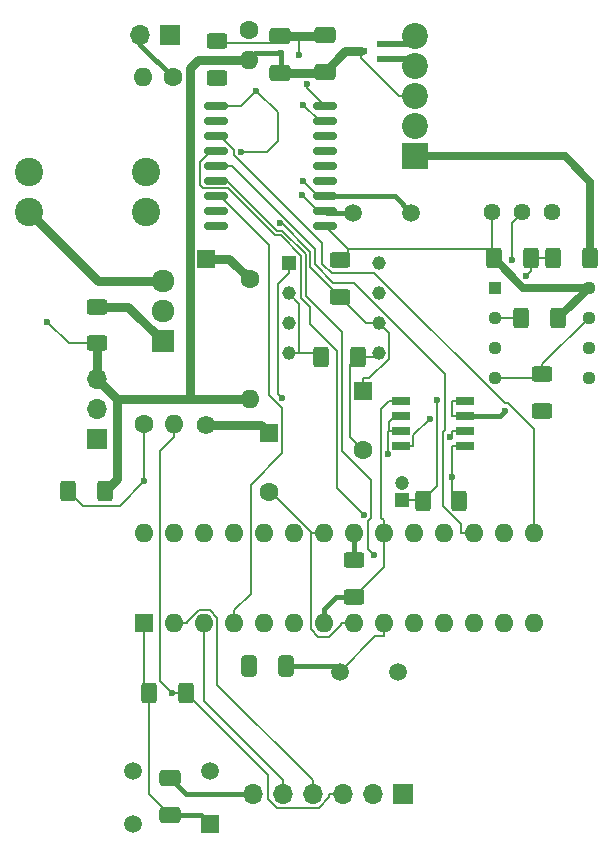
<source format=gbr>
%TF.GenerationSoftware,KiCad,Pcbnew,8.0.1-rc1*%
%TF.CreationDate,2024-06-23T11:02:47-07:00*%
%TF.ProjectId,AMS - CANBus Sensor - RPM,414d5320-2d20-4434-914e-427573205365,rev?*%
%TF.SameCoordinates,Original*%
%TF.FileFunction,Copper,L2,Bot*%
%TF.FilePolarity,Positive*%
%FSLAX46Y46*%
G04 Gerber Fmt 4.6, Leading zero omitted, Abs format (unit mm)*
G04 Created by KiCad (PCBNEW 8.0.1-rc1) date 2024-06-23 11:02:47*
%MOMM*%
%LPD*%
G01*
G04 APERTURE LIST*
G04 Aperture macros list*
%AMRoundRect*
0 Rectangle with rounded corners*
0 $1 Rounding radius*
0 $2 $3 $4 $5 $6 $7 $8 $9 X,Y pos of 4 corners*
0 Add a 4 corners polygon primitive as box body*
4,1,4,$2,$3,$4,$5,$6,$7,$8,$9,$2,$3,0*
0 Add four circle primitives for the rounded corners*
1,1,$1+$1,$2,$3*
1,1,$1+$1,$4,$5*
1,1,$1+$1,$6,$7*
1,1,$1+$1,$8,$9*
0 Add four rect primitives between the rounded corners*
20,1,$1+$1,$2,$3,$4,$5,0*
20,1,$1+$1,$4,$5,$6,$7,0*
20,1,$1+$1,$6,$7,$8,$9,0*
20,1,$1+$1,$8,$9,$2,$3,0*%
G04 Aperture macros list end*
%TA.AperFunction,SMDPad,CuDef*%
%ADD10RoundRect,0.250000X-0.400000X-0.625000X0.400000X-0.625000X0.400000X0.625000X-0.400000X0.625000X0*%
%TD*%
%TA.AperFunction,ComponentPad*%
%ADD11R,2.200000X2.200000*%
%TD*%
%TA.AperFunction,ComponentPad*%
%ADD12C,2.200000*%
%TD*%
%TA.AperFunction,SMDPad,CuDef*%
%ADD13RoundRect,0.250000X0.625000X-0.400000X0.625000X0.400000X-0.625000X0.400000X-0.625000X-0.400000X0*%
%TD*%
%TA.AperFunction,ComponentPad*%
%ADD14C,1.600000*%
%TD*%
%TA.AperFunction,ComponentPad*%
%ADD15R,1.600000X1.600000*%
%TD*%
%TA.AperFunction,ComponentPad*%
%ADD16R,1.200000X1.200000*%
%TD*%
%TA.AperFunction,ComponentPad*%
%ADD17C,1.200000*%
%TD*%
%TA.AperFunction,ComponentPad*%
%ADD18O,1.600000X1.600000*%
%TD*%
%TA.AperFunction,SMDPad,CuDef*%
%ADD19RoundRect,0.250000X0.400000X0.625000X-0.400000X0.625000X-0.400000X-0.625000X0.400000X-0.625000X0*%
%TD*%
%TA.AperFunction,ComponentPad*%
%ADD20R,1.160000X1.160000*%
%TD*%
%TA.AperFunction,ComponentPad*%
%ADD21C,1.160000*%
%TD*%
%TA.AperFunction,ComponentPad*%
%ADD22R,1.700000X1.700000*%
%TD*%
%TA.AperFunction,ComponentPad*%
%ADD23O,1.700000X1.700000*%
%TD*%
%TA.AperFunction,ComponentPad*%
%ADD24C,2.400000*%
%TD*%
%TA.AperFunction,ComponentPad*%
%ADD25R,1.920000X1.920000*%
%TD*%
%TA.AperFunction,ComponentPad*%
%ADD26C,1.920000*%
%TD*%
%TA.AperFunction,SMDPad,CuDef*%
%ADD27R,1.500000X0.650000*%
%TD*%
%TA.AperFunction,ComponentPad*%
%ADD28C,1.440000*%
%TD*%
%TA.AperFunction,ComponentPad*%
%ADD29R,1.130000X1.130000*%
%TD*%
%TA.AperFunction,ComponentPad*%
%ADD30C,1.130000*%
%TD*%
%TA.AperFunction,ComponentPad*%
%ADD31C,1.500000*%
%TD*%
%TA.AperFunction,ComponentPad*%
%ADD32R,1.500000X1.500000*%
%TD*%
%TA.AperFunction,SMDPad,CuDef*%
%ADD33RoundRect,0.250000X-0.625000X0.400000X-0.625000X-0.400000X0.625000X-0.400000X0.625000X0.400000X0*%
%TD*%
%TA.AperFunction,ComponentPad*%
%ADD34R,1.575000X1.575000*%
%TD*%
%TA.AperFunction,ComponentPad*%
%ADD35C,1.575000*%
%TD*%
%TA.AperFunction,SMDPad,CuDef*%
%ADD36RoundRect,0.250000X-0.650000X0.412500X-0.650000X-0.412500X0.650000X-0.412500X0.650000X0.412500X0*%
%TD*%
%TA.AperFunction,SMDPad,CuDef*%
%ADD37RoundRect,0.250000X0.412500X0.650000X-0.412500X0.650000X-0.412500X-0.650000X0.412500X-0.650000X0*%
%TD*%
%TA.AperFunction,SMDPad,CuDef*%
%ADD38RoundRect,0.150000X0.875000X0.150000X-0.875000X0.150000X-0.875000X-0.150000X0.875000X-0.150000X0*%
%TD*%
%TA.AperFunction,SMDPad,CuDef*%
%ADD39R,1.000000X0.550000*%
%TD*%
%TA.AperFunction,ViaPad*%
%ADD40C,0.600000*%
%TD*%
%TA.AperFunction,Conductor*%
%ADD41C,0.200000*%
%TD*%
%TA.AperFunction,Conductor*%
%ADD42C,0.635000*%
%TD*%
%TA.AperFunction,Conductor*%
%ADD43C,0.762000*%
%TD*%
%TA.AperFunction,Conductor*%
%ADD44C,0.381000*%
%TD*%
%TA.AperFunction,Conductor*%
%ADD45C,0.508000*%
%TD*%
G04 APERTURE END LIST*
D10*
%TO.P,C12,1*%
%TO.N,Net-(IC2-CP1)*%
X164230800Y-93317400D03*
%TO.P,C12,2*%
%TO.N,GND*%
X167330800Y-93317400D03*
%TD*%
D11*
%TO.P,J9,1,Pin_1*%
%TO.N,TachIn*%
X155246300Y-79618100D03*
D12*
%TO.P,J9,2,Pin_2*%
%TO.N,Net-(J9-Pin_2)*%
X155246300Y-77078100D03*
%TO.P,J9,3,Pin_3*%
%TO.N,GND*%
X155246300Y-74538100D03*
%TO.P,J9,4,Pin_4*%
%TO.N,CANBUS_L*%
X155246300Y-71998100D03*
%TO.P,J9,5,Pin_5*%
%TO.N,CANBUS_H*%
X155246300Y-69458100D03*
%TD*%
D13*
%TO.P,C10,1*%
%TO.N,Net-(IC1-V+_1)*%
X148916600Y-91545200D03*
%TO.P,C10,2*%
%TO.N,GND*%
X148916600Y-88445200D03*
%TD*%
D10*
%TO.P,C8,1*%
%TO.N,Net-(IC1-FB)*%
X147290100Y-96632100D03*
%TO.P,C8,2*%
%TO.N,GND*%
X150390100Y-96632100D03*
%TD*%
D14*
%TO.P,C9,2*%
%TO.N,GND*%
X150843200Y-104556400D03*
D15*
%TO.P,C9,1*%
%TO.N,Net-(IC1-V+_1)*%
X150843200Y-99556400D03*
%TD*%
D16*
%TO.P,C13,1*%
%TO.N,Net-(IC2-CP2{slash}IN+)*%
X154122300Y-108777100D03*
D17*
%TO.P,C13,2*%
%TO.N,GND*%
X154122300Y-107277100D03*
%TD*%
D14*
%TO.P,R4,1*%
%TO.N,Net-(U3-Rs)*%
X141165400Y-68921400D03*
D18*
%TO.P,R4,2*%
%TO.N,GND*%
X141165400Y-71461400D03*
%TD*%
D14*
%TO.P,L1,1,1*%
%TO.N,Net-(IC1-LX)*%
X141253000Y-90023800D03*
D18*
%TO.P,L1,2,2*%
%TO.N,GND*%
X141253000Y-100183800D03*
%TD*%
D10*
%TO.P,R11,1*%
%TO.N,Net-(IC2-CP2{slash}IN+)*%
X155909400Y-108804300D03*
%TO.P,R11,2*%
%TO.N,GND*%
X159009400Y-108804300D03*
%TD*%
D14*
%TO.P,NTC1,1*%
%TO.N,/BareMinAtmel328P/PC0-A0*%
X132332700Y-102297100D03*
D18*
%TO.P,NTC1,2*%
%TO.N,+5V*%
X134872700Y-102297100D03*
%TD*%
D19*
%TO.P,R9,1*%
%TO.N,Net-(IC2-TACH+)*%
X165042100Y-88273600D03*
%TO.P,R9,2*%
%TO.N,GND*%
X161942100Y-88273600D03*
%TD*%
D20*
%TO.P,IC1,1,OUT*%
%TO.N,Net-(IC1-OUT)*%
X144571900Y-88691700D03*
D21*
%TO.P,IC1,2,FB*%
%TO.N,Net-(IC1-FB)*%
X144571900Y-91231700D03*
%TO.P,IC1,3,SHDN*%
%TO.N,GND*%
X144571900Y-93771700D03*
%TO.P,IC1,4,REF*%
%TO.N,Net-(IC1-FB)*%
X144571900Y-96311700D03*
%TO.P,IC1,5,GND*%
%TO.N,GND*%
X152191900Y-96311700D03*
%TO.P,IC1,6,V+_1*%
%TO.N,Net-(IC1-V+_1)*%
X152191900Y-93771700D03*
%TO.P,IC1,7,V+_2*%
X152191900Y-91231700D03*
%TO.P,IC1,8,LX*%
%TO.N,Net-(IC1-LX)*%
X152191900Y-88691700D03*
%TD*%
D14*
%TO.P,R6,1*%
%TO.N,Net-(J4-Pin_2)*%
X134731500Y-72933100D03*
D18*
%TO.P,R6,2*%
%TO.N,CANBUS_L*%
X132191500Y-72933100D03*
%TD*%
D22*
%TO.P,Powerboard1,1,Pin_1*%
%TO.N,+VDC*%
X128349100Y-103565100D03*
D23*
%TO.P,Powerboard1,2,Pin_2*%
%TO.N,+5V*%
X128349100Y-101025100D03*
%TO.P,Powerboard1,3,Pin_3*%
%TO.N,GND*%
X128349100Y-98485100D03*
%TD*%
D22*
%TO.P,J4,1,Pin_1*%
%TO.N,CANBUS_H*%
X134544600Y-69362300D03*
D23*
%TO.P,J4,2,Pin_2*%
%TO.N,Net-(J4-Pin_2)*%
X132004600Y-69362300D03*
%TD*%
D24*
%TO.P,U2,1,1*%
%TO.N,Net-(Q1-Pad3)*%
X122551000Y-84380500D03*
%TO.P,U2,2,2*%
X122551000Y-80980500D03*
%TO.P,U2,3,3*%
%TO.N,+VDC*%
X132471000Y-84380500D03*
%TO.P,U2,4,4*%
X132471000Y-80980500D03*
%TD*%
D25*
%TO.P,Q1,1*%
%TO.N,Net-(Q1-Pad1)*%
X133881200Y-95296400D03*
D26*
%TO.P,Q1,2*%
%TO.N,Net-(J9-Pin_2)*%
X133881200Y-92756400D03*
%TO.P,Q1,3*%
%TO.N,Net-(Q1-Pad3)*%
X133881200Y-90216400D03*
%TD*%
D27*
%TO.P,IC4,8,V+*%
%TO.N,+5V*%
X154067000Y-100374900D03*
%TO.P,IC4,7,OUTB*%
%TO.N,/BareMinAtmel328P/PC2-A2*%
X154067000Y-101644900D03*
%TO.P,IC4,6,-IN_B*%
X154067000Y-102914900D03*
%TO.P,IC4,5,+INB*%
%TO.N,/RPM_Sensor/RPM-Vout*%
X154067000Y-104184900D03*
%TO.P,IC4,4,V-*%
%TO.N,GND*%
X159467000Y-104184900D03*
%TO.P,IC4,3,+IN_A*%
%TO.N,Net-(IC4-+IN_A)*%
X159467000Y-102914900D03*
%TO.P,IC4,2,-INA*%
%TO.N,/BareMinAtmel328P/PC1-A1*%
X159467000Y-101644900D03*
%TO.P,IC4,1,OUT_A*%
X159467000Y-100374900D03*
%TD*%
D28*
%TO.P,RV1,3,3*%
%TO.N,GND*%
X161784400Y-84400700D03*
%TO.P,RV1,2,2*%
%TO.N,Net-(J6-Pin_1)*%
X164324400Y-84400700D03*
%TO.P,RV1,1,1*%
%TO.N,Net-(IC1-OUT)*%
X166864400Y-84400700D03*
%TD*%
D15*
%TO.P,C11,1*%
%TO.N,Net-(IC1-OUT)*%
X142908700Y-103082900D03*
D14*
%TO.P,C11,2*%
%TO.N,GND*%
X142908700Y-108082900D03*
%TD*%
D22*
%TO.P,J2,1,Pin_1*%
%TO.N,GND*%
X154230000Y-133648600D03*
D23*
%TO.P,J2,2,Pin_2*%
%TO.N,unconnected-(J2-Pin_2-Pad2)*%
X151690000Y-133648600D03*
%TO.P,J2,3,Pin_3*%
%TO.N,+5V*%
X149150000Y-133648600D03*
%TO.P,J2,4,Pin_4*%
%TO.N,/BareMinAtmel328P/PD0-RX*%
X146610000Y-133648600D03*
%TO.P,J2,5,Pin_5*%
%TO.N,/BareMinAtmel328P/PD1-TX*%
X144070000Y-133648600D03*
%TO.P,J2,6,Pin_6*%
%TO.N,Net-(J2-Pin_6)*%
X141530000Y-133648600D03*
%TD*%
D29*
%TO.P,IC2,1,TACH+*%
%TO.N,Net-(IC2-TACH+)*%
X162007700Y-90765900D03*
D30*
%TO.P,IC2,2,CP1*%
%TO.N,Net-(IC2-CP1)*%
X162007700Y-93305900D03*
%TO.P,IC2,3,CP2/IN+*%
%TO.N,Net-(IC2-CP2{slash}IN+)*%
X162007700Y-95845900D03*
%TO.P,IC2,4,EMIT*%
%TO.N,/RPM_Sensor/RPM-Vout*%
X162007700Y-98385900D03*
%TO.P,IC2,5,COL*%
%TO.N,+VDC*%
X169947700Y-98385900D03*
%TO.P,IC2,6,V+*%
%TO.N,Net-(IC2-V+)*%
X169947700Y-95845900D03*
%TO.P,IC2,7,IN-*%
%TO.N,/RPM_Sensor/RPM-Vout*%
X169947700Y-93305900D03*
%TO.P,IC2,8,TACH-/GND*%
%TO.N,GND*%
X169947700Y-90765900D03*
%TD*%
D19*
%TO.P,R8,1*%
%TO.N,TachIn*%
X170076600Y-88263300D03*
%TO.P,R8,2*%
%TO.N,Net-(IC2-TACH+)*%
X166976600Y-88263300D03*
%TD*%
D31*
%TO.P,Y2,1,1*%
%TO.N,Net-(U4-OSC1)*%
X150037500Y-84434600D03*
%TO.P,Y2,2,2*%
%TO.N,Net-(U4-OSC2)*%
X154917500Y-84434600D03*
%TD*%
D32*
%TO.P,Reset1,1,NO_1*%
%TO.N,/BareMinAtmel328P/RESET*%
X137890100Y-136171500D03*
D31*
%TO.P,Reset1,2,NO_2*%
%TO.N,unconnected-(Reset1-NO_2-Pad2)*%
X131390100Y-136171500D03*
%TO.P,Reset1,3,COM_1*%
%TO.N,GND*%
X137890100Y-131671500D03*
%TO.P,Reset1,4,COM_2*%
%TO.N,unconnected-(Reset1-COM_2-Pad4)*%
X131390100Y-131671500D03*
%TD*%
%TO.P,Y1,2,2*%
%TO.N,Net-(U1-XTAL1{slash}PB6)*%
X148909000Y-123284400D03*
%TO.P,Y1,1,1*%
%TO.N,Net-(U1-XTAL2{slash}PB7)*%
X153789000Y-123284400D03*
%TD*%
D33*
%TO.P,R16,1*%
%TO.N,/RPM_Sensor/RPM-Vout*%
X165977700Y-98105900D03*
%TO.P,R16,2*%
%TO.N,GND*%
X165977700Y-101205900D03*
%TD*%
D34*
%TO.P,D2,1*%
%TO.N,Net-(IC1-LX)*%
X137580900Y-88313900D03*
D35*
%TO.P,D2,2*%
%TO.N,Net-(IC1-OUT)*%
X137580900Y-102413900D03*
%TD*%
D15*
%TO.P,U1,1,~{RESET}/PC6*%
%TO.N,/BareMinAtmel328P/RESET*%
X132296200Y-119209800D03*
D18*
%TO.P,U1,2,PD0*%
%TO.N,/BareMinAtmel328P/PD0-RX*%
X134836200Y-119209800D03*
%TO.P,U1,3,PD1*%
%TO.N,/BareMinAtmel328P/PD1-TX*%
X137376200Y-119209800D03*
%TO.P,U1,4,PD2*%
%TO.N,/BareMinAtmel328P/PD2-D2*%
X139916200Y-119209800D03*
%TO.P,U1,5,PD3*%
%TO.N,/BareMinAtmel328P/PD3-D3*%
X142456200Y-119209800D03*
%TO.P,U1,6,PD4*%
%TO.N,/BareMinAtmel328P/PD4-D4*%
X144996200Y-119209800D03*
%TO.P,U1,7,VCC*%
%TO.N,+5V*%
X147536200Y-119209800D03*
%TO.P,U1,8,GND*%
%TO.N,GND*%
X150076200Y-119209800D03*
%TO.P,U1,9,XTAL1/PB6*%
%TO.N,Net-(U1-XTAL1{slash}PB6)*%
X152616200Y-119209800D03*
%TO.P,U1,10,XTAL2/PB7*%
%TO.N,Net-(U1-XTAL2{slash}PB7)*%
X155156200Y-119209800D03*
%TO.P,U1,11,PD5*%
%TO.N,/BareMinAtmel328P/PD5-D5*%
X157696200Y-119209800D03*
%TO.P,U1,12,PD6*%
%TO.N,/BareMinAtmel328P/PD6-D6*%
X160236200Y-119209800D03*
%TO.P,U1,13,PD7*%
%TO.N,/BareMinAtmel328P/PD7-D7*%
X162776200Y-119209800D03*
%TO.P,U1,14,PB0*%
%TO.N,/BareMinAtmel328P/PB0-D8*%
X165316200Y-119209800D03*
%TO.P,U1,15,PB1*%
%TO.N,/BareMinAtmel328P/PB1-D9*%
X165316200Y-111589800D03*
%TO.P,U1,16,PB2*%
%TO.N,/BareMinAtmel328P/PB2-D10-SS*%
X162776200Y-111589800D03*
%TO.P,U1,17,PB3*%
%TO.N,/BareMinAtmel328P/PB3-D11-MOSI*%
X160236200Y-111589800D03*
%TO.P,U1,18,PB4*%
%TO.N,/BareMinAtmel328P/PB4-D12-MISO*%
X157696200Y-111589800D03*
%TO.P,U1,19,PB5*%
%TO.N,/BareMinAtmel328P/PB5-D13-SCK*%
X155156200Y-111589800D03*
%TO.P,U1,20,AVCC*%
%TO.N,+5V*%
X152616200Y-111589800D03*
%TO.P,U1,21,AREF*%
%TO.N,/BareMinAtmel328P/AREF*%
X150076200Y-111589800D03*
%TO.P,U1,22,GND*%
%TO.N,GND*%
X147536200Y-111589800D03*
%TO.P,U1,23,PC0*%
%TO.N,/BareMinAtmel328P/PC0-A0*%
X144996200Y-111589800D03*
%TO.P,U1,24,PC1*%
%TO.N,/BareMinAtmel328P/PC1-A1*%
X142456200Y-111589800D03*
%TO.P,U1,25,PC2*%
%TO.N,/BareMinAtmel328P/PC2-A2*%
X139916200Y-111589800D03*
%TO.P,U1,26,PC3*%
%TO.N,/BareMinAtmel328P/PC3-A3*%
X137376200Y-111589800D03*
%TO.P,U1,27,PC4*%
%TO.N,/BareMinAtmel328P/PC4-A4-SDA*%
X134836200Y-111589800D03*
%TO.P,U1,28,PC5*%
%TO.N,/BareMinAtmel328P/PC5-A5-SCL*%
X132296200Y-111589800D03*
%TD*%
D36*
%TO.P,C3,1*%
%TO.N,Net-(J2-Pin_6)*%
X134500000Y-132278500D03*
%TO.P,C3,2*%
%TO.N,/BareMinAtmel328P/RESET*%
X134500000Y-135403500D03*
%TD*%
D37*
%TO.P,C2,1*%
%TO.N,Net-(U1-XTAL1{slash}PB6)*%
X144303300Y-122841300D03*
%TO.P,C2,2*%
%TO.N,GND*%
X141178300Y-122841300D03*
%TD*%
D38*
%TO.P,U4,1,TXCAN*%
%TO.N,/CANBUS-MCP2515/TXtoCANTC*%
X147668200Y-75422700D03*
%TO.P,U4,2,RXCAN*%
%TO.N,/CANBUS-MCP2515/RXtoCANTC*%
X147668200Y-76692700D03*
%TO.P,U4,3,CLKOUT/SOF*%
%TO.N,unconnected-(U4-CLKOUT{slash}SOF-Pad3)*%
X147668200Y-77962700D03*
%TO.P,U4,4,~{TX0RTS}*%
%TO.N,unconnected-(U4-~{TX0RTS}-Pad4)*%
X147668200Y-79232700D03*
%TO.P,U4,5,~{TX1RTS}*%
%TO.N,unconnected-(U4-~{TX1RTS}-Pad5)*%
X147668200Y-80502700D03*
%TO.P,U4,6,~{TX2RTS}*%
%TO.N,unconnected-(U4-~{TX2RTS}-Pad6)*%
X147668200Y-81772700D03*
%TO.P,U4,7,OSC2*%
%TO.N,Net-(U4-OSC2)*%
X147668200Y-83042700D03*
%TO.P,U4,8,OSC1*%
%TO.N,Net-(U4-OSC1)*%
X147668200Y-84312700D03*
%TO.P,U4,9,VSS*%
%TO.N,GND*%
X147668200Y-85582700D03*
%TO.P,U4,10,~{RX1BF}*%
%TO.N,unconnected-(U4-~{RX1BF}-Pad10)*%
X138368200Y-85582700D03*
%TO.P,U4,11,~{RX0BF}*%
%TO.N,unconnected-(U4-~{RX0BF}-Pad11)*%
X138368200Y-84312700D03*
%TO.P,U4,12,~{INT}*%
%TO.N,/BareMinAtmel328P/PD2-D2*%
X138368200Y-83042700D03*
%TO.P,U4,13,SCK*%
%TO.N,/BareMinAtmel328P/PB5-D13-SCK*%
X138368200Y-81772700D03*
%TO.P,U4,14,SI*%
%TO.N,/BareMinAtmel328P/PB3-D11-MOSI*%
X138368200Y-80502700D03*
%TO.P,U4,15,SO*%
%TO.N,/BareMinAtmel328P/PB4-D12-MISO*%
X138368200Y-79232700D03*
%TO.P,U4,16,~{CS}*%
%TO.N,/BareMinAtmel328P/PB1-D9*%
X138368200Y-77962700D03*
%TO.P,U4,17,~{RESET}*%
%TO.N,Net-(U4-~{RESET})*%
X138368200Y-76692700D03*
%TO.P,U4,18,VDD*%
%TO.N,+5V*%
X138368200Y-75422700D03*
%TD*%
D19*
%TO.P,R1,1*%
%TO.N,+5V*%
X135824100Y-125096000D03*
%TO.P,R1,2*%
%TO.N,/BareMinAtmel328P/RESET*%
X132724100Y-125096000D03*
%TD*%
%TO.P,R7,1*%
%TO.N,GND*%
X129011100Y-108001700D03*
%TO.P,R7,2*%
%TO.N,/BareMinAtmel328P/PC0-A0*%
X125911100Y-108001700D03*
%TD*%
D36*
%TO.P,C4,1*%
%TO.N,+5V*%
X143852200Y-69487000D03*
%TO.P,C4,2*%
%TO.N,GND*%
X143852200Y-72612000D03*
%TD*%
D13*
%TO.P,R5,1*%
%TO.N,Net-(U4-~{RESET})*%
X138458500Y-72988500D03*
%TO.P,R5,2*%
%TO.N,+5V*%
X138458500Y-69888500D03*
%TD*%
D33*
%TO.P,R3,1*%
%TO.N,/BareMinAtmel328P/AREF*%
X150123600Y-113846200D03*
%TO.P,R3,2*%
%TO.N,+5V*%
X150123600Y-116946200D03*
%TD*%
%TO.P,R2,1*%
%TO.N,Net-(Q1-Pad1)*%
X128322200Y-92401100D03*
%TO.P,R2,2*%
%TO.N,GND*%
X128322200Y-95501100D03*
%TD*%
D36*
%TO.P,C5,1*%
%TO.N,+5V*%
X147599200Y-69413100D03*
%TO.P,C5,2*%
%TO.N,GND*%
X147599200Y-72538100D03*
%TD*%
D39*
%TO.P,D1,1,CATHODE_1*%
%TO.N,CANBUS_H*%
X152584000Y-70128100D03*
%TO.P,D1,2,CATHODE_2*%
%TO.N,CANBUS_L*%
X152584000Y-71428100D03*
%TO.P,D1,3,COMMON_ANODE*%
%TO.N,GND*%
X150684000Y-70778100D03*
%TD*%
D40*
%TO.N,Net-(U4-~{RESET})*%
X138475926Y-73047052D03*
X138348612Y-76692699D03*
%TO.N,+5V*%
X134661500Y-125055100D03*
%TO.N,Net-(J6-Pin_1)*%
X163430400Y-88416100D03*
%TO.N,Net-(IC4-+IN_A)*%
X158203400Y-103435300D03*
%TO.N,/RPM_Sensor/RPM-Vout*%
X156519700Y-101888900D03*
%TO.N,Net-(IC2-TACH+)*%
X164638100Y-89796300D03*
%TO.N,Net-(IC2-CP2{slash}IN+)*%
X157122600Y-100305100D03*
%TO.N,Net-(IC1-OUT)*%
X143998800Y-100119400D03*
%TO.N,Net-(IC1-V+_1)*%
X143787900Y-85342000D03*
%TO.N,/CANBUS-MCP2515/TXtoCANTC*%
X146120500Y-73534000D03*
%TO.N,/CANBUS-MCP2515/RXtoCANTC*%
X145780100Y-75286100D03*
%TO.N,/BareMinAtmel328P/PC0-A0*%
X132332700Y-107184100D03*
%TO.N,/BareMinAtmel328P/PC1-A1*%
X162855000Y-101202000D03*
%TO.N,/BareMinAtmel328P/PC2-A2*%
X152978300Y-104902300D03*
%TO.N,/BareMinAtmel328P/PB4-D12-MISO*%
X150926900Y-110034200D03*
%TO.N,/BareMinAtmel328P/PB5-D13-SCK*%
X151748800Y-113372100D03*
%TO.N,CANBUS_L*%
X152601000Y-71424300D03*
%TO.N,Net-(U4-OSC1)*%
X145672700Y-82903300D03*
%TO.N,Net-(U4-OSC2)*%
X145756000Y-81725900D03*
%TO.N,+5V*%
X145442000Y-71077800D03*
X140499600Y-79258800D03*
X141830305Y-74123795D03*
%TO.N,GND*%
X141134000Y-122904000D03*
X165975000Y-101234000D03*
X143942000Y-70909900D03*
X158415300Y-106813300D03*
X124126900Y-93650100D03*
%TD*%
D41*
%TO.N,+5V*%
X143621412Y-75914902D02*
X143621412Y-78390150D01*
X141830305Y-74123795D02*
X143621412Y-75914902D01*
X143621412Y-78390150D02*
X142752762Y-79258800D01*
X140531400Y-75422700D02*
X138368200Y-75422700D01*
X142752762Y-79258800D02*
X140499600Y-79258800D01*
X141830305Y-74123795D02*
X140531400Y-75422700D01*
X135824100Y-125096000D02*
X134702400Y-125096000D01*
D42*
%TO.N,TachIn*%
X170077000Y-81811400D02*
X170077000Y-85037300D01*
X170094000Y-81794100D02*
X170077000Y-81811400D01*
X167918000Y-79618100D02*
X170094000Y-81794100D01*
X155246300Y-79618100D02*
X167918000Y-79618100D01*
X170077000Y-85037300D02*
X170077000Y-88263300D01*
D41*
X170076600Y-85037700D02*
X170076600Y-88263300D01*
X170077000Y-85037300D02*
X170076600Y-85037700D01*
%TO.N,Net-(J6-Pin_1)*%
X163430400Y-85294700D02*
X163430400Y-88416100D01*
X164324400Y-84400700D02*
X163430400Y-85294700D01*
%TO.N,Net-(IC4-+IN_A)*%
X158415300Y-103223400D02*
X158203400Y-103435300D01*
X158415300Y-102914900D02*
X158415300Y-103223400D01*
X159467000Y-102914900D02*
X158415300Y-102914900D01*
%TO.N,/RPM_Sensor/RPM-Vout*%
X162007700Y-98385900D02*
X165697700Y-98385900D01*
X165977700Y-97275900D02*
X165977700Y-98105900D01*
X169947700Y-93305900D02*
X165977700Y-97275900D01*
X154067000Y-104184900D02*
X155118700Y-104184900D01*
X155118700Y-103289900D02*
X156519700Y-101888900D01*
X155118700Y-104184900D02*
X155118700Y-103289900D01*
%TO.N,Net-(IC2-TACH+)*%
X166976600Y-88263300D02*
X165052400Y-88263300D01*
X165042100Y-89392300D02*
X165042100Y-88273600D01*
X164638100Y-89796300D02*
X165042100Y-89392300D01*
D43*
%TO.N,Net-(IC1-LX)*%
X139543000Y-88313900D02*
X141253000Y-90023800D01*
X137581000Y-88313900D02*
X139543000Y-88313900D01*
D41*
%TO.N,Net-(IC2-CP2{slash}IN+)*%
X157122600Y-107536700D02*
X157122600Y-100305100D01*
X155882200Y-108777100D02*
X157122600Y-107536700D01*
X154122300Y-108777100D02*
X155882200Y-108777100D01*
%TO.N,Net-(IC2-CP1)*%
X162007700Y-93305900D02*
X164219300Y-93305900D01*
%TO.N,Net-(IC1-OUT)*%
X144571900Y-88691700D02*
X144571900Y-89573400D01*
X143690200Y-99810800D02*
X143998800Y-100119400D01*
X143690200Y-90455100D02*
X143690200Y-99810800D01*
X144571900Y-89573400D02*
X143690200Y-90455100D01*
D43*
X142240000Y-102414000D02*
X142908700Y-103082700D01*
X137581000Y-102414000D02*
X142240000Y-102414000D01*
D41*
%TO.N,Net-(IC1-V+_1)*%
X150843200Y-99556400D02*
X150843200Y-98454700D01*
X151394000Y-98454700D02*
X150843200Y-98454700D01*
X153074000Y-96774700D02*
X151394000Y-98454700D01*
X153074000Y-94653800D02*
X153074000Y-96774700D01*
X152191900Y-93771700D02*
X153074000Y-94653800D01*
X151143100Y-93771700D02*
X148916600Y-91545200D01*
X152191900Y-93771700D02*
X151143100Y-93771700D01*
X143994500Y-85342000D02*
X143787900Y-85342000D01*
X146388100Y-87735600D02*
X143994500Y-85342000D01*
X146388100Y-89016700D02*
X146388100Y-87735600D01*
X148916600Y-91545200D02*
X146388100Y-89016700D01*
%TO.N,Net-(IC1-FB)*%
X145473600Y-92133400D02*
X144571900Y-91231700D01*
X145473600Y-96311700D02*
X145473600Y-92133400D01*
X144571900Y-96311700D02*
X145473600Y-96311700D01*
X145473600Y-96311700D02*
X146969700Y-96311700D01*
%TO.N,/CANBUS-MCP2515/TXtoCANTC*%
X146120500Y-73875000D02*
X146120500Y-73534000D01*
X147668200Y-75422700D02*
X146120500Y-73875000D01*
%TO.N,/CANBUS-MCP2515/RXtoCANTC*%
X147186700Y-76692700D02*
X145780100Y-75286100D01*
%TO.N,/BareMinAtmel328P/PD2-D2*%
X139916200Y-119209800D02*
X139916200Y-118108100D01*
X142882300Y-87157200D02*
X138767800Y-83042700D01*
X142882300Y-99857400D02*
X142882300Y-87157200D01*
X144028600Y-101003700D02*
X142882300Y-99857400D01*
X144028600Y-104797000D02*
X144028600Y-101003700D01*
X141327800Y-107497800D02*
X144028600Y-104797000D01*
X141327800Y-116696500D02*
X141327800Y-107497800D01*
X139916200Y-118108100D02*
X141327800Y-116696500D01*
%TO.N,/BareMinAtmel328P/PB1-D9*%
X165316200Y-102780600D02*
X165316200Y-111589800D01*
X163093300Y-100557700D02*
X165316200Y-102780600D01*
X162834000Y-100557700D02*
X163093300Y-100557700D01*
X152238000Y-89961700D02*
X162834000Y-100557700D01*
X152166700Y-89961700D02*
X152238000Y-89961700D01*
X151776900Y-89571900D02*
X152166700Y-89961700D01*
X148190800Y-89571900D02*
X151776900Y-89571900D01*
X147387500Y-88768600D02*
X148190800Y-89571900D01*
X147387500Y-86997500D02*
X147387500Y-88768600D01*
X139897900Y-79507900D02*
X147387500Y-86997500D01*
X139897900Y-79096900D02*
X139897900Y-79507900D01*
X138763700Y-77962700D02*
X139897900Y-79096900D01*
D44*
%TO.N,/BareMinAtmel328P/AREF*%
X150124000Y-113846000D02*
X150124000Y-111637000D01*
D43*
%TO.N,Net-(Q1-Pad3)*%
X128387000Y-90216400D02*
X122551000Y-84380500D01*
X133881000Y-90216400D02*
X128387000Y-90216400D01*
%TO.N,Net-(Q1-Pad1)*%
X130986000Y-92401100D02*
X133881000Y-95296400D01*
X128322200Y-92401100D02*
X130986000Y-92401100D01*
D41*
%TO.N,/BareMinAtmel328P/PC0-A0*%
X132332700Y-102297100D02*
X132332700Y-107184100D01*
X130276800Y-109240000D02*
X132332700Y-107184100D01*
X127149400Y-109240000D02*
X130276800Y-109240000D01*
X125911100Y-108001700D02*
X127149400Y-109240000D01*
D44*
%TO.N,/BareMinAtmel328P/PC1-A1*%
X162412000Y-101645000D02*
X162855000Y-101202000D01*
X159467100Y-101645000D02*
X162412000Y-101645000D01*
D41*
X158415300Y-100374900D02*
X158415300Y-101644900D01*
X159467000Y-100374900D02*
X158415300Y-100374900D01*
X159467000Y-101644900D02*
X158415300Y-101644900D01*
%TO.N,/BareMinAtmel328P/PC2-A2*%
X153015300Y-102170800D02*
X153015300Y-102914900D01*
X153541200Y-101644900D02*
X153015300Y-102170800D01*
X154067000Y-102914900D02*
X153015300Y-102914900D01*
X152978300Y-102951900D02*
X153015300Y-102914900D01*
X152978300Y-104902300D02*
X152978300Y-102951900D01*
D44*
%TO.N,Net-(J4-Pin_2)*%
X132005000Y-70206200D02*
X132005000Y-69362300D01*
X134731700Y-72932900D02*
X132005000Y-70206200D01*
D41*
%TO.N,/BareMinAtmel328P/PD1-TX*%
X137376200Y-125803100D02*
X144070000Y-132496900D01*
X137376200Y-119209800D02*
X137376200Y-125803100D01*
X144070000Y-133648600D02*
X144070000Y-132496900D01*
%TO.N,/BareMinAtmel328P/PD0-RX*%
X134836200Y-119209800D02*
X135937900Y-119209800D01*
X146610000Y-133648600D02*
X146610000Y-132496900D01*
X135937900Y-119072100D02*
X135937900Y-119209800D01*
X136931300Y-118078700D02*
X135937900Y-119072100D01*
X137860400Y-118078700D02*
X136931300Y-118078700D01*
X138498700Y-118717000D02*
X137860400Y-118078700D01*
X138498700Y-124385600D02*
X138498700Y-118717000D01*
X146610000Y-132496900D02*
X138498700Y-124385600D01*
%TO.N,/BareMinAtmel328P/PB4-D12-MISO*%
X148628800Y-107736100D02*
X150926900Y-110034200D01*
X148628800Y-96164300D02*
X148628800Y-107736100D01*
X146333100Y-93868600D02*
X148628800Y-96164300D01*
X146333100Y-92394300D02*
X146333100Y-93868600D01*
X145584700Y-91645900D02*
X146333100Y-92394300D01*
X145584700Y-88068200D02*
X145584700Y-91645900D01*
X143865800Y-86349300D02*
X145584700Y-88068200D01*
X143376200Y-86349300D02*
X143865800Y-86349300D01*
X139401900Y-82375000D02*
X143376200Y-86349300D01*
X137298000Y-82375000D02*
X139401900Y-82375000D01*
X137028500Y-82105500D02*
X137298000Y-82375000D01*
X137028500Y-80158100D02*
X137028500Y-82105500D01*
X137953900Y-79232700D02*
X137028500Y-80158100D01*
%TO.N,/BareMinAtmel328P/PB3-D11-MOSI*%
X160236200Y-111589800D02*
X159134500Y-111589800D01*
X139799600Y-80502700D02*
X138368200Y-80502700D01*
X146789800Y-87492900D02*
X139799600Y-80502700D01*
X146789800Y-88813400D02*
X146789800Y-87492900D01*
X148339700Y-90363300D02*
X146789800Y-88813400D01*
X150050600Y-90363300D02*
X148339700Y-90363300D01*
X157778800Y-98091500D02*
X150050600Y-90363300D01*
X157778800Y-102820700D02*
X157778800Y-98091500D01*
X157589700Y-103009800D02*
X157778800Y-102820700D01*
X157589700Y-109250700D02*
X157589700Y-103009800D01*
X159134500Y-110795500D02*
X157589700Y-109250700D01*
X159134500Y-111589800D02*
X159134500Y-110795500D01*
%TO.N,/BareMinAtmel328P/PB5-D13-SCK*%
X151299800Y-112923100D02*
X151748800Y-113372100D01*
X151299800Y-110512200D02*
X151299800Y-112923100D01*
X151528600Y-110283400D02*
X151299800Y-110512200D01*
X151528600Y-107051900D02*
X151528600Y-110283400D01*
X149068000Y-104591300D02*
X151528600Y-107051900D01*
X149068000Y-94561200D02*
X149068000Y-104591300D01*
X145986400Y-91479600D02*
X149068000Y-94561200D01*
X145986400Y-87901900D02*
X145986400Y-91479600D01*
X144032100Y-85947600D02*
X145986400Y-87901900D01*
X143542500Y-85947600D02*
X144032100Y-85947600D01*
X139367600Y-81772700D02*
X143542500Y-85947600D01*
X138368200Y-81772700D02*
X139367600Y-81772700D01*
D45*
%TO.N,CANBUS_H*%
X154576000Y-70128100D02*
X154911000Y-69793100D01*
X152584000Y-70128100D02*
X154576000Y-70128100D01*
%TO.N,CANBUS_L*%
X152605000Y-71428100D02*
X154676000Y-71428100D01*
D41*
%TO.N,Net-(U4-OSC1)*%
X147082100Y-84312700D02*
X145672700Y-82903300D01*
D44*
X147790000Y-84434600D02*
X147668100Y-84312800D01*
X150037500Y-84434600D02*
X147790000Y-84434600D01*
%TO.N,Net-(U4-OSC2)*%
X153526000Y-83042700D02*
X147668200Y-83042700D01*
X154917700Y-84434400D02*
X153526000Y-83042700D01*
D41*
X147072800Y-83042700D02*
X145756000Y-81725900D01*
%TO.N,+5V*%
X154067000Y-100374900D02*
X153015300Y-100374900D01*
X152616200Y-111589800D02*
X152616200Y-110488100D01*
X134872700Y-102297100D02*
X134872700Y-103398800D01*
X143299200Y-70039900D02*
X138609900Y-70039900D01*
D44*
X147536000Y-117992000D02*
X147536000Y-119209800D01*
X148582000Y-116946000D02*
X147536000Y-117992000D01*
X150123400Y-116946000D02*
X148582000Y-116946000D01*
D41*
X145442000Y-71077800D02*
X145442000Y-69487000D01*
D43*
X143852200Y-69487000D02*
X145442000Y-69487000D01*
X145442000Y-69487000D02*
X147525000Y-69487000D01*
D41*
X133675300Y-104596200D02*
X134872700Y-103398800D01*
X133675300Y-124068900D02*
X133675300Y-104596200D01*
X134661500Y-125055100D02*
X133675300Y-124068900D01*
X149150000Y-133648600D02*
X147998300Y-133648600D01*
X134702400Y-125096000D02*
X134661500Y-125055100D01*
X147998300Y-133917100D02*
X147998300Y-133648600D01*
X147086300Y-134829100D02*
X147998300Y-133917100D01*
X143550600Y-134829100D02*
X147086300Y-134829100D01*
X142800000Y-134078500D02*
X143550600Y-134829100D01*
X142800000Y-132071900D02*
X142800000Y-134078500D01*
X135824100Y-125096000D02*
X142800000Y-132071900D01*
X152376600Y-110248500D02*
X152616200Y-110488100D01*
X152376600Y-101013600D02*
X152376600Y-110248500D01*
X153015300Y-100374900D02*
X152376600Y-101013600D01*
X152616200Y-114453500D02*
X152616200Y-111589800D01*
X150123700Y-116946000D02*
X152616200Y-114453500D01*
D44*
%TO.N,Net-(J2-Pin_6)*%
X135870000Y-133649000D02*
X141529600Y-133649000D01*
X134500200Y-132278300D02*
X135870000Y-133649000D01*
%TO.N,/BareMinAtmel328P/RESET*%
X137122000Y-135403000D02*
X137506000Y-135787500D01*
X134500100Y-135403000D02*
X137122000Y-135403000D01*
D41*
X132724100Y-133627000D02*
X132724100Y-125096000D01*
X134500100Y-135403000D02*
X132724100Y-133627000D01*
X132296200Y-124668100D02*
X132296200Y-119209800D01*
%TO.N,Net-(U1-XTAL1{slash}PB6)*%
X152616200Y-119209800D02*
X152616200Y-120311500D01*
X151881500Y-120311500D02*
X148909000Y-123284000D01*
X152616200Y-120311500D02*
X151881500Y-120311500D01*
D44*
X148466000Y-122841000D02*
X148909000Y-123284000D01*
X144303600Y-122841000D02*
X148466000Y-122841000D01*
D43*
%TO.N,GND*%
X136879000Y-71461400D02*
X141165000Y-71461400D01*
X136178000Y-72162000D02*
X136879000Y-71461400D01*
X136178000Y-100184000D02*
X136178000Y-72162000D01*
X136178000Y-100184000D02*
X130048000Y-100184000D01*
X141253000Y-100184000D02*
X136178000Y-100184000D01*
D44*
X143942000Y-70909900D02*
X143942000Y-72522200D01*
D42*
X167396000Y-93317400D02*
X169948000Y-90765900D01*
D43*
X130048000Y-106965000D02*
X130048000Y-100184000D01*
X129011200Y-108001800D02*
X130048000Y-106965000D01*
X149359000Y-70778100D02*
X150684000Y-70778100D01*
X147599000Y-72538100D02*
X149359000Y-70778100D01*
D41*
X159467000Y-104184900D02*
X158415300Y-104184900D01*
X153867300Y-74538100D02*
X150684000Y-71354800D01*
X155246300Y-74538100D02*
X153867300Y-74538100D01*
X150684000Y-70778100D02*
X150684000Y-71354800D01*
D43*
X130048000Y-100184000D02*
X128349100Y-98485100D01*
X128349000Y-98485100D02*
X128349000Y-95528100D01*
D44*
X141717000Y-70909900D02*
X141165200Y-71461200D01*
X143942000Y-70909900D02*
X141717000Y-70909900D01*
D43*
X143852200Y-72612000D02*
X147525000Y-72612000D01*
D41*
X158415300Y-108210200D02*
X159009400Y-108804300D01*
X158415300Y-106813300D02*
X158415300Y-108210200D01*
D42*
X164434000Y-90765900D02*
X161942000Y-88273600D01*
X169947700Y-90765900D02*
X164434000Y-90765900D01*
D41*
X125977900Y-95501100D02*
X124126900Y-93650100D01*
X128322000Y-95501100D02*
X125977900Y-95501100D01*
X158415300Y-106813300D02*
X158415300Y-104184900D01*
X149741500Y-97280700D02*
X150390100Y-96632100D01*
X149741500Y-103454700D02*
X149741500Y-97280700D01*
X150843200Y-104556400D02*
X149741500Y-103454700D01*
X150390100Y-96632100D02*
X151871500Y-96632100D01*
X146434500Y-111452100D02*
X143065300Y-108082900D01*
X146434500Y-111589800D02*
X146434500Y-111452100D01*
X147536200Y-111589800D02*
X146434500Y-111589800D01*
X147668200Y-85582700D02*
X149612900Y-87527400D01*
X149612900Y-87748900D02*
X148916600Y-88445200D01*
X149612900Y-87527400D02*
X149612900Y-87748900D01*
X161784400Y-84400700D02*
X161784400Y-87527400D01*
X161784400Y-87527400D02*
X149612900Y-87527400D01*
X146434500Y-119712600D02*
X146434500Y-111589800D01*
X147058600Y-120336700D02*
X146434500Y-119712600D01*
X147985300Y-120336700D02*
X147058600Y-120336700D01*
X148974500Y-119347500D02*
X147985300Y-120336700D01*
X148974500Y-119209800D02*
X148974500Y-119347500D01*
X150076200Y-119209800D02*
X148974500Y-119209800D01*
%TD*%
M02*

</source>
